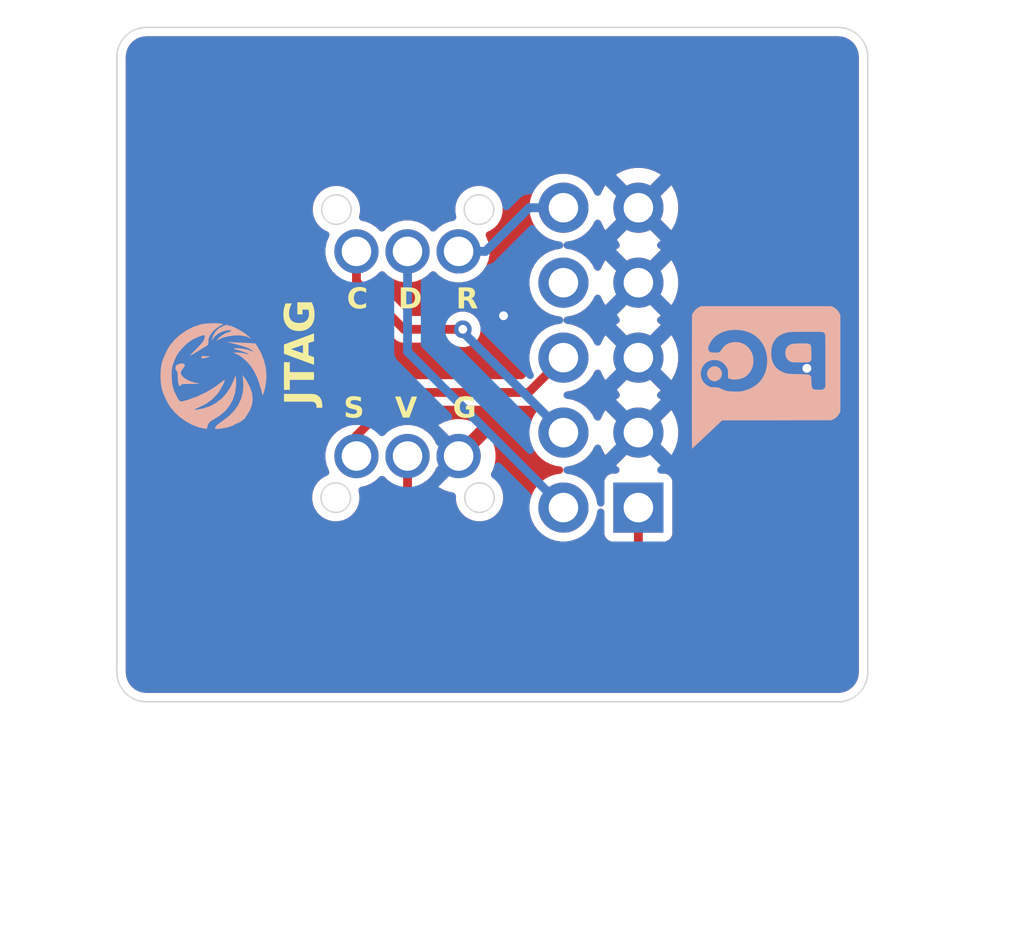
<source format=kicad_pcb>
(kicad_pcb (version 20241229) (generator "pcbnew") (generator_version "9.0")
  (layers (0 "F.Cu" signal) (2 "B.Cu" signal) (13 "F.Paste" user) (15 "B.Paste" user) (5 "F.SilkS" user "F.Silkscreen") (7 "B.SilkS" user "B.Silkscreen") (1 "F.Mask" user) (3 "B.Mask" user) (25 "Edge.Cuts" user))
  (net 0 "")
  (net 1 "/SWDIO")
  (net 2 "+3.3V")
  (net 3 "/SCL {slash}NSRT")
  (net 4 "GND")
  (net 5 "/SDA")
  (net 6 "/SWCLK")
  (footprint "Connector_PinSocket_2.54mm:PinSocket_2x05_P2.54mm_Vertical" (layer "F.Cu") (at 133.30089 89.158424 180)
    (property "Reference" "J7" (hide yes))
    (property "Value" "Conn_02x05_Counter_Clockwise" (hide yes))
    (pad "1" thru_hole rect (at -2.58 0 180) (size 1.7 1.7) (drill 1) (layers "*.Cu" "*.Mask") (net 2 "+3.3V"))
    (pad "2" thru_hole circle (at -2.58 2.54 180) (size 1.7 1.7) (drill 1) (layers "*.Cu" "*.Mask") (net 4 "GND"))
    (pad "3" thru_hole circle (at -2.58 5.08 180) (size 1.7 1.7) (drill 1) (layers "*.Cu" "*.Mask") (net 4 "GND"))
    (pad "4" thru_hole circle (at -2.58 7.62 180) (size 1.7 1.7) (drill 1) (layers "*.Cu" "*.Mask") (net 4 "GND"))
    (pad "5" thru_hole circle (at -2.58 10.16 180) (size 1.7 1.7) (drill 1) (layers "*.Cu" "*.Mask") (net 4 "GND"))
    (pad "6" thru_hole circle (at -0.04 10.16 180) (size 1.7 1.7) (drill 1) (layers "*.Cu" "*.Mask") (net 3 "/SCL {slash}NSRT"))
    (pad "7" thru_hole circle (at -0.04 7.62 180) (size 1.7 1.7) (drill 1) (layers "*.Cu" "*.Mask"))
    (pad "8" thru_hole circle (at -0.04 5.08 180) (size 1.7 1.7) (drill 1) (layers "*.Cu" "*.Mask") (net 5 "/SDA"))
    (pad "9" thru_hole circle (at -0.04 2.54 180) (size 1.7 1.7) (drill 1) (layers "*.Cu" "*.Mask") (net 6 "/SWCLK"))
    (pad "10" thru_hole circle (at -0.04 0 180) (size 1.7 1.7) (drill 1) (layers "*.Cu" "*.Mask") (net 1 "/SWDIO"))
  )
  (footprint "LOGO" (layer "B.Cu") (at 140.21 84.75 180)
    (property "Reference" "G***" (hide yes))
    (property "Value" "LOGO" (hide yes))
    (fp_poly (pts (xy 1.795671 0.376807) (xy 1.862264 0.352137) (xy 1.923165 0.307003) (xy 1.926495 0.303725) (xy 1.973507 0.242863) (xy 1.999206 0.176662) (xy 2.003262 0.107021) (xy 1.985353 0.035836) (xy 1.976048 0.015263) (xy 1.93342 -0.046949) (xy 1.876213 -0.092192) (xy 1.809591 -0.118867) (xy 1.773325 -0.127956) (xy 1.74829 -0.131662) (xy 1.725653 -0.129526) (xy 1.696587 -0.12109) (xy 1.668683 -0.111533) (xy 1.603705 -0.078607) (xy 1.553477 -0.032066) (xy 1.518628 0.024442) (xy 1.499783 0.087271) (xy 1.497577 0.152771) (xy 1.512633 0.217295) (xy 1.545581 0.277195) (xy 1.593321 0.325939) (xy 1.658043 0.363919) (xy 1.726545 0.380806)) (fill yes) (layer "B.SilkS"))
    (fp_poly (pts (xy -1.115963 1.154167) (xy -1.046551 1.152398) (xy -0.985411 1.149705) (xy -0.937197 1.146291) (xy -0.906555 1.142366) (xy -0.905785 1.142206) (xy -0.819063 1.115258) (xy -0.750237 1.074859) (xy -0.699083 1.020742) (xy -0.665378 0.952639) (xy -0.648899 0.870276) (xy -0.647048 0.82993) (xy -0.655641 0.741299) (xy -0.682364 0.665481) (xy -0.726952 0.602915) (xy -0.789141 0.554047) (xy -0.82269 0.536693) (xy -0.841763 0.528586) (xy -0.860665 0.522329) (xy -0.882603 0.517647) (xy -0.910778 0.514267) (xy -0.948395 0.511912) (xy -0.998653 0.510307) (xy -1.064757 0.509179) (xy -1.149914 0.508251) (xy -1.154487 0.508207) (xy -1.231847 0.507871) (xy -1.302692 0.508323) (xy -1.363639 0.509479) (xy -1.411304 0.511258) (xy -1.442308 0.513578) (xy -1.452266 0.515469) (xy -1.474335 0.530271) (xy -1.499999 0.554674) (xy -1.506081 0.561591) (xy -1.536579 0.597835) (xy -1.533174 0.835961) (xy -1.531784 0.926121) (xy -1.528898 0.997459) (xy -1.522139 1.052181) (xy -1.509133 1.092485) (xy -1.487503 1.120572) (xy -1.454871 1.138646) (xy -1.408863 1.148904) (xy -1.347102 1.153553) (xy -1.267211 1.154788) (xy -1.189005 1.154801)) (fill yes) (layer "B.SilkS"))
    (fp_poly (pts (xy 2.276113 2.384952) (xy 2.344001 2.343168) (xy 2.40753 2.285915) (xy 2.459896 2.219997) (xy 2.484189 2.176876) (xy 2.514313 2.112611) (xy 2.517261 0.297814) (xy 2.517575 0.089448) (xy 2.517844 -0.117938) (xy 2.518064 -0.322749) (xy 2.518237 -0.523378) (xy 2.518365 -0.718226) (xy 2.518444 -0.905689) (xy 2.518475 -1.084164) (xy 2.518461 -1.252049) (xy 2.5184 -1.407742) (xy 2.51829 -1.549642) (xy 2.518134 -1.676146) (xy 2.517932 -1.785651) (xy 2.517681 -1.876553) (xy 2.517385 -1.947255) (xy 2.517261 -1.968189) (xy 2.514313 -2.419399) (xy 2.002484 -1.937545) (xy 1.490653 -1.455692) (xy -0.361231 -1.452728) (xy -2.213119 -1.449766) (xy -2.277383 -1.419641) (xy -2.345274 -1.377857) (xy -2.408802 -1.320605) (xy -2.461167 -1.254685) (xy -2.48546 -1.211564) (xy -2.515585 -1.147301) (xy -2.515585 -0.326554) (xy -2.005873 -0.326554) (xy -1.962381 -0.370047) (xy -1.91889 -0.41354) (xy -1.782587 -0.41354) (xy -1.712925 -0.412428) (xy -1.662671 -0.408907) (xy -1.628924 -0.402697) (xy -1.614895 -0.397308) (xy -1.589047 -0.381593) (xy -1.569854 -0.362648) (xy -1.556178 -0.336932) (xy -1.546879 -0.3009) (xy -1.540821 -0.251009) (xy -1.536867 -0.183713) (xy -1.535591 -0.150281) (xy -1.533465 -0.085894) (xy -1.53059 -0.033302) (xy -1.524871 0.008734) (xy -1.514209 0.041451) (xy -1.49651 0.066082) (xy -1.469675 0.083865) (xy -1.431611 0.096033) (xy -1.38022 0.103824) (xy -1.313406 0.108473) (xy -1.229072 0.111216) (xy -1.125124 0.11329) (xy -1.087271 0.114015) (xy -0.980241 0.116315) (xy -0.892458 0.11891) (xy -0.82076 0.122299) (xy -0.761994 0.126984) (xy -0.712999 0.133462) (xy -0.670619 0.142236) (xy -0.631695 0.153806) (xy -0.593068 0.168667) (xy -0.551583 0.187325) (xy -0.515948 0.204473) (xy -0.417368 0.26399) (xy -0.335152 0.338507) (xy -0.268976 0.428431) (xy -0.227351 0.51565) (xy -0.033998 0.51565) (xy -0.017419 0.363168) (xy 0.018858 0.210851) (xy 0.02841 0.180916) (xy 0.082297 0.053746) (xy 0.155072 -0.062991) (xy 0.245197 -0.168093) (xy 0.351149 -0.260354) (xy 0.47139 -0.338569) (xy 0.604391 -0.401534) (xy 0.748624 -0.448046) (xy 0.856352 -0.470314) (xy 0.901959 -0.474845) (xy 0.963253 -0.476996) (xy 1.034663 -0.476967) (xy 1.11062 -0.474961) (xy 1.185553 -0.471183) (xy 1.253895 -0.465831) (xy 1.310077 -0.459111) (xy 1.343657 -0.452594) (xy 1.38658 -0.439089) (xy 1.440645 -0.418853) (xy 1.49701 -0.395293) (xy 1.522897 -0.38352) (xy 1.570566 -0.361524) (xy 1.606493 -0.347072) (xy 1.638123 -0.338482) (xy 1.672897 -0.33407) (xy 1.71826 -0.332153) (xy 1.752817 -0.331512) (xy 1.808908 -0.33014) (xy 1.849289 -0.327281) (xy 1.880651 -0.321617) (xy 1.90969 -0.31183) (xy 1.943097 -0.296602) (xy 1.951797 -0.292344) (xy 2.03674 -0.23964) (xy 2.104703 -0.175342) (xy 2.156041 -0.101941) (xy 2.191105 -0.021929) (xy 2.210253 0.062199) (xy 2.213835 0.147955) (xy 2.202208 0.232847) (xy 2.175725 0.314381) (xy 2.134741 0.390067) (xy 2.079606 0.457409) (xy 2.01068 0.513921) (xy 1.928313 0.557107) (xy 1.83286 0.584475) (xy 1.827095 0.585496) (xy 1.726624 0.591943) (xy 1.629983 0.577363) (xy 1.539776 0.543101) (xy 1.458605 0.490502) (xy 1.389075 0.420907) (xy 1.333787 0.335666) (xy 1.330424 0.328955) (xy 1.314731 0.29602) (xy 1.304216 0.268991) (xy 1.297847 0.241955) (xy 1.294587 0.209002) (xy 1.2934 0.164217) (xy 1.293246 0.116707) (xy 1.293246 -0.019983) (xy 1.257892 -0.036838) (xy 1.185513 -0.060807) (xy 1.100543 -0.071734) (xy 1.0082 -0.070188) (xy 0.913688 -0.056731) (xy 0.822224 -0.031934) (xy 0.739014 0.003638) (xy 0.705323 0.023223) (xy 0.629488 0.083889) (xy 0.561522 0.161728) (xy 0.504649 0.251999) (xy 0.4621 0.349954) (xy 0.446245 0.404237) (xy 0.436938 0.462159) (xy 0.432409 0.53303) (xy 0.432653 0.607913) (xy 0.437673 0.677868) (xy 0.446245 0.729108) (xy 0.483443 0.839001) (xy 0.538429 0.938266) (xy 0.609171 1.024774) (xy 0.693633 1.096396) (xy 0.789781 1.151002) (xy 0.879221 1.182458) (xy 0.921985 1.190469) (xy 0.976953 1.196482) (xy 1.03394 1.199462) (xy 1.048148 1.199611) (xy 1.162708 1.190242) (xy 1.265005 1.162171) (xy 1.354948 1.115446) (xy 1.432441 1.050119) (xy 1.497395 0.96624) (xy 1.508689 0.947556) (xy 1.534261 0.910786) (xy 1.563825 0.878464) (xy 1.579657 0.865507) (xy 1.597833 0.854318) (xy 1.616171 0.847078) (xy 1.63969 0.843122) (xy 1.67341 0.841786) (xy 1.722354 0.842407) (xy 1.749044 0.843101) (xy 1.805265 0.844899) (xy 1.843905 0.847301) (xy 1.869777 0.851367) (xy 1.887701 0.858159) (xy 1.902493 0.868731) (xy 1.91402 0.879388) (xy 1.949029 0.922291) (xy 1.964341 0.967564) (xy 1.961113 1.020219) (xy 1.953347 1.049495) (xy 1.919799 1.13074) (xy 1.870957 1.215295) (xy 1.811562 1.296418) (xy 1.746346 1.367367) (xy 1.704714 1.403563) (xy 1.586958 1.482552) (xy 1.460473 1.542063) (xy 1.322955 1.583069) (xy 1.243813 1.59778) (xy 1.080083 1.612819) (xy 0.920889 1.608415) (xy 0.768037 1.58509) (xy 0.62332 1.543363) (xy 0.488547 1.483752) (xy 0.365514 1.406777) (xy 0.256024 1.312958) (xy 0.255861 1.312795) (xy 0.163374 1.204776) (xy 0.087978 1.083938) (xy 0.030109 0.952439) (xy -0.009799 0.81245) (xy -0.031315 0.666132) (xy -0.033998 0.51565) (xy -0.227351 0.51565) (xy -0.218512 0.534168) (xy -0.195505 0.605882) (xy -0.18437 0.664706) (xy -0.177525 0.738352) (xy -0.17498 0.819647) (xy -0.176752 0.901421) (xy -0.182857 0.9765) (xy -0.19331 1.037714) (xy -0.194591 1.042778) (xy -0.234863 1.159354) (xy -0.290522 1.260142) (xy -0.36195 1.345478) (xy -0.449541 1.415695) (xy -0.553682 1.471131) (xy -0.674761 1.512123) (xy -0.759729 1.530648) (xy -0.788176 1.534622) (xy -0.826268 1.53793) (xy -0.875803 1.540625) (xy -0.938581 1.542749) (xy -1.016406 1.54435) (xy -1.111074 1.545475) (xy -1.224391 1.546171) (xy -1.358152 1.546486) (xy -1.37069 1.546497) (xy -1.49722 1.546574) (xy -1.603327 1.546461) (xy -1.690995 1.54596) (xy -1.762206 1.544866) (xy -1.818943 1.542976) (xy -1.863189 1.540089) (xy -1.896926 1.536) (xy -1.922139 1.530511) (xy -1.940807 1.523414) (xy -1.954917 1.514508) (xy -1.966449 1.503592) (xy -1.977386 1.490464) (xy -1.98248 1.483987) (xy -1.986736 1.478277) (xy -1.990443 1.471703) (xy -1.993636 1.462767) (xy -1.996357 1.449967) (xy -1.99864 1.431804) (xy -2.000526 1.406779) (xy -2.002052 1.373393) (xy -2.003255 1.330144) (xy -2.004176 1.275535) (xy -2.004851 1.208064) (xy -2.005317 1.126233) (xy -2.005615 1.028541) (xy -2.00578 0.913488) (xy -2.005854 0.779575) (xy -2.005873 0.625305) (xy -2.005873 0.563844) (xy -2.005873 -0.326554) (xy -2.515585 -0.326554) (xy -2.515585 0.482655) (xy -2.515585 2.112611) (xy -2.48546 2.176876) (xy -2.443676 2.244766) (xy -2.386423 2.308294) (xy -2.320504 2.360659) (xy -2.277383 2.384952) (xy -2.213119 2.415077) (xy -0.000635 2.415077) (xy 2.211848 2.415077)) (fill yes) (layer "B.SilkS"))
  )
  (footprint "pcp-kicad_lib:TestPoint_THTPad_D1.5mm_Drill1mm" (layer "B.Cu") (at 129.789748 87.411659 180)
    (property "Reference" "J6" (hide yes))
    (property "Value" "0950-0-15-20-64-14-11-0")
    (pad "1" thru_hole circle (at 0 0 180) (size 1.5 1.5) (drill 1) (layers "*.Cu" "*.Mask") (net 4 "GND"))
  )
  (footprint "pcp-kicad_lib:TestPoint_THTPad_D1.5mm_Drill1mm" (layer "B.Cu") (at 129.789748 80.477459 180)
    (property "Reference" "J5" (hide yes))
    (property "Value" "0950-0-15-20-64-14-11-0")
    (pad "1" thru_hole circle (at 0 0 180) (size 1.5 1.5) (drill 1) (layers "*.Cu" "*.Mask") (net 3 "/SCL {slash}NSRT"))
  )
  (footprint "pcp-kicad_lib:TestPoint_THTPad_D1.5mm_Drill1mm" (layer "B.Cu") (at 128.058728 87.411659 180)
    (property "Reference" "J1" (hide yes))
    (property "Value" "0950-0-15-20-64-14-11-0")
    (pad "1" thru_hole circle (at 0 0 180) (size 1.5 1.5) (drill 1) (layers "*.Cu" "*.Mask") (net 2 "+3.3V"))
  )
  (footprint "LOGO" (layer "B.Cu") (at 121.48 84.7 180)
    (property "Reference" "G***" (hide yes))
    (property "Value" "LOGO" (hide yes))
    (fp_poly (pts (xy -0.96214 0.052849) (xy -0.972608 0.042383) (xy -0.983074 0.052849) (xy -0.972608 0.063317)) (fill yes) (layer "B.SilkS"))
    (fp_poly (pts (xy 0.384167 0.674995) (xy 0.402685 0.66573) (xy 0.404881 0.646731) (xy 0.402698 0.633771) (xy 0.395761 0.607311) (xy 0.381864 0.593843) (xy 0.352375 0.59283) (xy 0.29866 0.603729) (xy 0.224876 0.622645) (xy 0.162047 0.640369) (xy 0.12066 0.654468) (xy 0.110092 0.661044) (xy 0.132684 0.665159) (xy 0.185934 0.669796) (xy 0.258658 0.673995) (xy 0.264187 0.674247) (xy 0.340832 0.677007)) (fill yes) (layer "B.SilkS"))
    (fp_poly (pts (xy 1.124618 0.420321) (xy 1.196219 0.396401) (xy 1.238899 0.373152) (xy 1.264633 0.342276) (xy 1.278017 0.314011) (xy 1.291132 0.269566) (xy 1.283238 0.231492) (xy 1.253766 0.184677) (xy 1.222906 0.130535) (xy 1.20987 0.071211) (xy 1.209461 0.000515) (xy 1.208473 -0.080262) (xy 1.200455 -0.166601) (xy 1.187335 -0.246982) (xy 1.171046 -0.309888) (xy 1.153518 -0.343801) (xy 1.151476 -0.345343) (xy 1.127656 -0.339082) (xy 1.10598 -0.314308) (xy 1.093343 -0.298257) (xy 1.074287 -0.286715) (xy 1.042286 -0.278854) (xy 0.990815 -0.273847) (xy 0.913344 -0.270869) (xy 0.80335 -0.269093) (xy 0.744184 -0.268491) (xy 0.636761 -0.266959) (xy 0.551158 -0.264703) (xy 0.492726 -0.261953) (xy 0.46682 -0.258942) (xy 0.471842 -0.256669) (xy 0.642356 -0.222441) (xy 0.797167 -0.17064) (xy 0.928294 -0.1047) (xy 1.027757 -0.028051) (xy 1.04418 -0.010567) (xy 1.091497 0.053809) (xy 1.106173 0.109693) (xy 1.08789 0.168285) (xy 1.037062 0.23989) (xy 0.996078 0.295932) (xy 0.969487 0.343863) (xy 0.963793 0.364301) (xy 0.982117 0.399303) (xy 1.028148 0.421756) (xy 1.088468 0.426988)) (fill yes) (layer "B.SilkS"))
    (fp_poly (pts (xy -1.000376 -0.072876) (xy -1.017026 -0.32467) (xy -0.996312 -0.559531) (xy -0.937697 -0.77859) (xy -0.840636 -0.982978) (xy -0.70459 -1.173825) (xy -0.529016 -1.35226) (xy -0.313373 -1.519416) (xy -0.304936 -1.525183) (xy -0.198539 -1.600572) (xy -0.125405 -1.659736) (xy -0.08176 -1.705975) (xy -0.06618 -1.73395) (xy -0.054837 -1.772259) (xy -0.062705 -1.789679) (xy -0.098758 -1.794505) (xy -0.132011 -1.79479) (xy -0.198669 -1.790709) (xy -0.285966 -1.779865) (xy -0.364901 -1.766472) (xy -0.44239 -1.750227) (xy -0.506144 -1.734882) (xy -0.542547 -1.723719) (xy -0.542841 -1.723588) (xy -0.576503 -1.709518) (xy -0.585327 -1.706487) (xy -0.647261 -1.685945) (xy -0.700373 -1.661094) (xy -0.733335 -1.637961) (xy -0.737984 -1.625304) (xy -0.739426 -1.615174) (xy -0.749514 -1.619844) (xy -0.777128 -1.616819) (xy -0.826954 -1.596823) (xy -0.886775 -1.566529) (xy -0.94437 -1.532609) (xy -0.987518 -1.501732) (xy -1.004008 -1.480912) (xy -1.021031 -1.466662) (xy -1.03541 -1.464869) (xy -1.063247 -1.452283) (xy -1.066811 -1.441506) (xy -1.078432 -1.413097) (xy -1.108515 -1.363635) (xy -1.140203 -1.318163) (xy -1.245819 -1.145956) (xy -1.310096 -0.972357) (xy -1.333551 -0.795087) (xy -1.316705 -0.611868) (xy -1.309071 -0.576538) (xy -1.272704 -0.460795) (xy -1.217176 -0.329903) (xy -1.15037 -0.199897) (xy -1.080164 -0.086814) (xy -1.046122 -0.041475) (xy -0.986277 0.031672)) (fill yes) (layer "B.SilkS"))
    (fp_poly (pts (xy -0.382341 1.713922) (xy -0.32474 1.692972) (xy -0.188172 1.619137) (xy -0.076634 1.514076) (xy 0.005519 1.382976) (xy 0.050923 1.246092) (xy 0.05805 1.206653) (xy 0.053196 1.204245) (xy 0.040261 1.225157) (xy -0.048407 1.340575) (xy -0.166704 1.435949) (xy -0.3048 1.505236) (xy -0.452865 1.542389) (xy -0.480249 1.545233) (xy -0.552372 1.550182) (xy -0.589941 1.549281) (xy -0.600047 1.540967) (xy -0.589786 1.523681) (xy -0.587998 1.521501) (xy -0.5496 1.492891) (xy -0.525195 1.486629) (xy -0.465966 1.472944) (xy -0.388575 1.437069) (xy -0.304928 1.385944) (xy -0.226935 1.326508) (xy -0.188454 1.290415) (xy -0.142298 1.241616) (xy -0.112205 1.207849) (xy -0.104718 1.196598) (xy -0.127358 1.206951) (xy -0.174598 1.230255) (xy -0.208514 1.247383) (xy -0.350393 1.305263) (xy -0.509594 1.346201) (xy -0.676678 1.369752) (xy -0.842211 1.375469) (xy -0.996752 1.362904) (xy -1.130865 1.33161) (xy -1.213349 1.295009) (xy -1.286619 1.252333) (xy -1.234283 1.309048) (xy -1.168828 1.369846) (xy -1.166391 1.371696) (xy -1.150547 1.371696) (xy -1.14008 1.361229) (xy -1.129613 1.371696) (xy -1.14008 1.382163) (xy -1.150547 1.371696) (xy -1.166391 1.371696) (xy -1.082922 1.435074) (xy -0.983531 1.500983) (xy -0.87762 1.563827) (xy -0.772155 1.619857) (xy -0.6741 1.665329) (xy -0.590421 1.696494) (xy -0.528083 1.709605) (xy -0.498627 1.704809) (xy -0.484019 1.702062) (xy -0.489125 1.713874) (xy -0.489834 1.73431) (xy -0.454182 1.734319)) (fill yes) (layer "B.SilkS"))
    (fp_poly (pts (xy -0.678453 1.097685) (xy -0.844624 1.054761) (xy -0.996998 1.008499) (xy -1.128815 0.961335) (xy -1.233318 0.915701) (xy -1.303751 0.874032) (xy -1.307553 0.871071) (xy -1.370355 0.820854) (xy -1.213349 0.874551) (xy -1.131693 0.897774) (xy -1.038048 0.917109) (xy -0.941 0.93174) (xy -0.849136 0.940854) (xy -0.771042 0.943637) (xy -0.715308 0.939273) (xy -0.690519 0.926947) (xy -0.689998 0.924174) (xy -0.707418 0.904805) (xy -0.729978 0.900679) (xy -0.773308 0.893753) (xy -0.842385 0.875461) (xy -0.926241 0.84954) (xy -1.013908 0.819724) (xy -1.094421 0.789747) (xy -1.15681 0.763343) (xy -1.190109 0.744249) (xy -1.190507 0.743863) (xy -1.196148 0.731073) (xy -1.170836 0.732526) (xy -1.110996 0.748624) (xy -1.089206 0.755301) (xy -0.957134 0.784233) (xy -0.815885 0.795102) (xy -0.808503 0.79509) (xy -0.731694 0.794335) (xy -0.692393 0.792109) (xy -0.686243 0.786691) (xy -0.708884 0.776357) (xy -0.736144 0.766485) (xy -0.869997 0.701262) (xy -1.010583 0.600156) (xy -1.152226 0.467274) (xy -1.157828 0.461361) (xy -1.277174 0.318591) (xy -1.380192 0.158617) (xy -1.470071 -0.024924) (xy -1.549995 -0.238402) (xy -1.61199 -0.446339) (xy -1.669629 -0.658907) (xy -1.70278 -0.581999) (xy -1.728495 -0.504081) (xy -1.753143 -0.397527) (xy -1.774523 -0.275554) (xy -1.790435 -0.151381) (xy -1.798679 -0.038226) (xy -1.799345 -0.001976) (xy -1.778325 0.267102) (xy -1.716633 0.530095) (xy -1.615401 0.783322) (xy -1.492998 0.99744) (xy -1.422172 1.104667) (xy -1.197389 1.117449) (xy -1.079504 1.123782) (xy -0.940006 1.130718) (xy -0.799124 1.137273) (xy -0.710932 1.141091) (xy -0.449255 1.151951)) (fill yes) (layer "B.SilkS"))
    (fp_poly (pts (xy 0.082124 1.787988) (xy 0.215426 1.780431) (xy 0.336502 1.767419) (xy 0.429974 1.749929) (xy 0.67248 1.668045) (xy 0.905158 1.550895) (xy 1.120854 1.403433) (xy 1.31241 1.230613) (xy 1.472672 1.037388) (xy 1.485126 1.019445) (xy 1.553491 0.906027) (xy 1.623007 0.767867) (xy 1.686336 0.621225) (xy 1.736137 0.482355) (xy 1.75141 0.429663) (xy 1.773432 0.311134) (xy 1.786655 0.165115) (xy 1.791085 0.005053) (xy 1.786735 -0.15561) (xy 1.773612 -0.303433) (xy 1.751729 -0.424974) (xy 1.750792 -0.428633) (xy 1.700358 -0.584545) (xy 1.629223 -0.752651) (xy 1.545772 -0.915023) (xy 1.458638 -1.053379) (xy 1.305907 -1.236643) (xy 1.125594 -1.401737) (xy 0.925066 -1.544041) (xy 0.711686 -1.658932) (xy 0.492824 -1.741788) (xy 0.291072 -1.786008) (xy 0.241141 -1.790208) (xy 0.217202 -1.777297) (xy 0.205522 -1.736675) (xy 0.202358 -1.717521) (xy 0.17856 -1.637628) (xy 0.131166 -1.570711) (xy 0.053528 -1.509221) (xy -0.017256 -1.468078) (xy -0.232575 -1.332898) (xy -0.412083 -1.176058) (xy -0.555668 -0.99774) (xy -0.663219 -0.798132) (xy -0.734625 -0.577419) (xy -0.769772 -0.335784) (xy -0.773734 -0.215944) (xy -0.772311 -0.12646) (xy -0.768468 -0.054993) (xy -0.76284 -0.010255) (xy -0.757926 0.000515) (xy -0.743135 -0.017529) (xy -0.71962 -0.064807) (xy -0.692771 -0.130323) (xy -0.581538 -0.372772) (xy -0.442926 -0.584574) (xy -0.27832 -0.76461) (xy -0.089104 -0.911761) (xy 0.123337 -1.024909) (xy 0.357622 -1.102936) (xy 0.554732 -1.138707) (xy 0.612634 -1.143546) (xy 0.635263 -1.139153) (xy 0.621559 -1.124433) (xy 0.570455 -1.098289) (xy 0.480887 -1.059628) (xy 0.475912 -1.057566) (xy 0.246067 -0.941933) (xy 0.046472 -0.797923) (xy -0.122174 -0.626089) (xy -0.197296 -0.526085) (xy -0.242278 -0.454746) (xy -0.287492 -0.373852) (xy -0.328772 -0.292186) (xy -0.361949 -0.218536) (xy -0.382858 -0.161687) (xy -0.387332 -0.130426) (xy -0.386022 -0.128147) (xy -0.366965 -0.135969) (xy -0.325596 -0.164659) (xy -0.277388 -0.202719) (xy -0.030986 -0.384199) (xy 0.245131 -0.547774) (xy 0.540774 -0.688209) (xy 0.845753 -0.800268) (xy 0.940913 -0.828514) (xy 1.023134 -0.851571) (xy 1.079644 -0.862816) (xy 1.119721 -0.857712) (xy 1.152643 -0.831724) (xy 1.187687 -0.780313) (xy 1.234132 -0.698944) (xy 1.244942 -0.679842) (xy 1.323052 -0.521505) (xy 1.37492 -0.363036) (xy 1.403594 -0.191854) (xy 1.412119 0.004625) (xy 1.412095 0.010981) (xy 1.410239 0.127908) (xy 1.404725 0.216481) (xy 1.393661 0.290178) (xy 1.375152 0.362477) (xy 1.353265 0.429663) (xy 1.31673 0.52624) (xy 1.274254 0.624335) (xy 1.234472 0.704124) (xy 1.231062 0.710181) (xy 1.162298 0.811776) (xy 1.069318 0.923514) (xy 0.963455 1.033429) (xy 0.856044 1.129555) (xy 0.780265 1.186081) (xy 0.700294 1.233586) (xy 0.605869 1.281294) (xy 0.508138 1.324464) (xy 0.418243 1.358355) (xy 0.347333 1.378221) (xy 0.321199 1.381443) (xy 0.295399 1.380027) (xy 0.285236 1.368147) (xy 0.28944 1.335957) (xy 0.306743 1.273611) (xy 0.307135 1.272259) (xy 0.322466 1.227759) (xy 0.3441 1.18495) (xy 0.376762 1.137751) (xy 0.425173 1.080084) (xy 0.49406 1.005867) (xy 0.588146 0.909018) (xy 0.59385 0.903216) (xy 0.678119 0.817451) (xy 0.739445 0.753761) (xy 0.776185 0.712122) (xy 0.786698 0.692511) (xy 0.769342 0.694899) (xy 0.722472 0.719265) (xy 0.644448 0.765582) (xy 0.533626 0.833826) (xy 0.42591 0.900679) (xy 0.172936 1.057685) (xy 0.16449 1.186963) (xy 0.153324 1.27651) (xy 0.12832 1.3482) (xy 0.083873 1.422006) (xy -0.006236 1.528764) (xy -0.122607 1.629556) (xy -0.250204 1.711536) (xy -0.262744 1.718074) (xy -0.33787 1.756375) (xy -0.257492 1.773376) (xy -0.167698 1.784916) (xy -0.050038 1.789636)) (fill yes) (layer "B.SilkS"))
  )
  (footprint "pcp-kicad_lib:TestPoint_THTPad_D1.5mm_Drill1mm" (layer "B.Cu") (at 126.327708 87.411659 180)
    (property "Reference" "J4" (hide yes))
    (property "Value" "0950-0-15-20-64-14-11-0")
    (pad "1" thru_hole circle (at 0 0 180) (size 1.5 1.5) (drill 1) (layers "*.Cu" "*.Mask") (net 5 "/SDA"))
  )
  (footprint "pcp-kicad_lib:TestPoint_THTPad_D1.5mm_Drill1mm" (layer "B.Cu") (at 128.058728 80.477459 180)
    (property "Reference" "J3" (hide yes))
    (property "Value" "0950-0-15-20-64-14-11-0")
    (pad "1" thru_hole circle (at 0 0 180) (size 1.5 1.5) (drill 1) (layers "*.Cu" "*.Mask") (net 1 "/SWDIO"))
  )
  (footprint "pcp-kicad_lib:TestPoint_THTPad_D1.5mm_Drill1mm" (layer "B.Cu") (at 126.327708 80.477459 180)
    (property "Reference" "J2" (hide yes))
    (property "Value" "0950-0-15-20-64-14-11-0")
    (pad "1" thru_hole circle (at 0 0 180) (size 1.5 1.5) (drill 1) (layers "*.Cu" "*.Mask") (net 6 "/SWCLK"))
  )
  (gr_circle (center 125.647613 79.062) (end 125.147613 79.062) (stroke (width 0.05)) (fill no) (layer "Edge.Cuts"))
  (gr_line (start 119.21089 95.738424) (end 142.65089 95.738424) (stroke (width 0.05)) (layer "Edge.Cuts"))
  (gr_arc (start 143.65089 94.738424) (mid 143.357988 95.445512) (end 142.65089 95.738424) (stroke (width 0.05)) (layer "Edge.Cuts"))
  (gr_line (start 142.65089 72.888424) (end 119.21089 72.888424) (stroke (width 0.05)) (layer "Edge.Cuts"))
  (gr_line (start 143.65089 94.738424) (end 143.65089 73.888424) (stroke (width 0.05)) (layer "Edge.Cuts"))
  (gr_arc (start 119.21089 95.738424) (mid 118.503783 95.445531) (end 118.21089 94.738424) (stroke (width 0.05)) (layer "Edge.Cuts"))
  (gr_line (start 118.21089 73.888424) (end 118.21089 94.738424) (stroke (width 0.05)) (layer "Edge.Cuts"))
  (gr_arc (start 142.65089 72.888424) (mid 143.357995 73.181315) (end 143.65089 73.888424) (stroke (width 0.05)) (layer "Edge.Cuts"))
  (gr_circle (center 125.627613 88.822) (end 126.127613 88.822) (stroke (width 0.05)) (fill no) (layer "Edge.Cuts"))
  (gr_arc (start 118.21089 73.888424) (mid 118.503774 73.181298) (end 119.21089 72.888424) (stroke (width 0.05)) (layer "Edge.Cuts"))
  (gr_circle (center 130.497613 88.822) (end 129.997613 88.822) (stroke (width 0.05)) (fill no) (layer "Edge.Cuts"))
  (gr_circle (center 130.478728 79.061659) (end 130.978728 79.061659) (stroke (width 0.05)) (fill no) (layer "Edge.Cuts"))
  (gr_text "C" (at 126.00089 82.528424 0) (layer "F.SilkS") (effects (font (size 0.7 0.7) (thickness 0.175) (bold yes)) (justify left bottom)))
  (gr_text "G" (at 129.59089 86.228424 0) (layer "F.SilkS") (effects (font (size 0.7 0.7) (thickness 0.175) (bold yes)) (justify left bottom)))
  (gr_text "D" (at 127.74089 82.528424 0) (layer "F.SilkS") (effects (font (size 0.7 0.7) (thickness 0.175) (bold yes)) (justify left bottom)))
  (gr_text "V\n" (at 127.63089 86.228424 0) (layer "F.SilkS") (effects (font (size 0.7 0.7) (thickness 0.175) (bold yes)) (justify left bottom)))
  (gr_text "S" (at 125.89089 86.228424 0) (layer "F.SilkS") (effects (font (size 0.7 0.7) (thickness 0.175) (bold yes)) (justify left bottom)))
  (gr_text "R" (at 129.70089 82.528424 0) (layer "F.SilkS") (effects (font (size 0.7 0.7) (thickness 0.175) (bold yes)) (justify left bottom)))
  (gr_text "JTAG" (at 123.89089 83.898424 90) (layer "F.SilkS") (effects (font (size 1 1) (thickness 0.25) (bold yes)) (justify top)))
  (segment (start 133.34089 89.158424) (end 128.058728 83.876262) (width 0.3) (layer "B.Cu") (net 1))
  (segment (start 128.058728 83.876262) (end 128.058728 80.477459) (width 0.3) (layer "B.Cu") (net 1))
  (segment (start 135.88089 91.228424) (end 135.88089 89.158424) (width 0.3) (layer "F.Cu") (net 2))
  (segment (start 128.058728 89.766262) (end 130.40089 92.108424) (width 0.3) (layer "F.Cu") (net 2))
  (segment (start 130.40089 92.108424) (end 135.00089 92.108424) (width 0.3) (layer "F.Cu") (net 2))
  (segment (start 135.00089 92.108424) (end 135.88089 91.228424) (width 0.3) (layer "F.Cu") (net 2))
  (segment (start 128.058728 87.411659) (end 128.058728 89.766262) (width 0.3) (layer "F.Cu") (net 2))
  (segment (start 130.701855 80.477459) (end 132.18089 78.998424) (width 0.3) (layer "B.Cu") (net 3))
  (segment (start 132.18089 78.998424) (end 133.34089 78.998424) (width 0.3) (layer "B.Cu") (net 3))
  (segment (start 129.789748 80.477459) (end 130.701855 80.477459) (width 0.3) (layer "B.Cu") (net 3))
  (via (at 141.59 84.44) (size 0.6) (drill 0.3) (layers "F.Cu" "B.Cu") (net 4))
  (via (at 131.31089 82.658424) (size 0.6) (drill 0.3) (layers "F.Cu" "B.Cu") (net 4))
  (segment (start 132.16089 85.258424) (end 127.79089 85.258424) (width 0.3) (layer "F.Cu") (net 5))
  (segment (start 126.327708 86.721606) (end 126.327708 87.411659) (width 0.3) (layer "F.Cu") (net 5))
  (segment (start 127.79089 85.258424) (end 126.327708 86.721606) (width 0.3) (layer "F.Cu") (net 5))
  (segment (start 133.34089 84.078424) (end 132.16089 85.258424) (width 0.3) (layer "F.Cu") (net 5))
  (segment (start 126.327708 81.505242) (end 126.327708 80.477459) (width 0.3) (layer "F.Cu") (net 6))
  (segment (start 127.94089 83.118424) (end 126.327708 81.505242) (width 0.3) (layer "F.Cu") (net 6))
  (segment (start 129.93089 83.118424) (end 127.94089 83.118424) (width 0.3) (layer "F.Cu") (net 6))
  (via (at 129.93089 83.118424) (size 0.6) (drill 0.3) (layers "F.Cu" "B.Cu") (net 6))
  (segment (start 129.93089 83.208424) (end 129.93089 83.118424) (width 0.3) (layer "B.Cu") (net 6))
  (segment (start 133.34089 86.618424) (end 129.93089 83.208424) (width 0.3) (layer "B.Cu") (net 6))
  (zone (net 4) (net_name "GND") (layers "F.Cu" "B.Cu") (connect_pads (clearance 0.3)) (min_thickness 0.25) (fill yes (thermal_gap 0.5) (thermal_bridge_width 0.5))
    (polygon (pts (xy 116.95 72.08) (xy 144.92 71.96) (xy 144.92 97.09) (xy 116.88 98.06)))
  )
)
</source>
